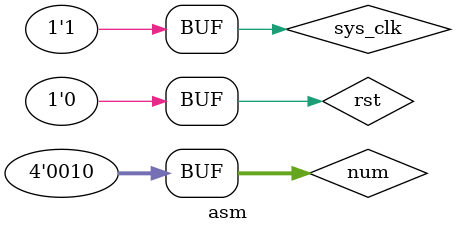
<source format=v>
module asm();

    parameter LEN = 12'hC;
    localparam IDLE = 3'h0, FIWR = 3'h1, WAIT = 3'h2, FIRD = 3'h3, LAST = 3'h4;
    reg sys_clk;
    reg rst;
    wire fs_fw, fs_fr;
    wire fd_fw, fd_fr;
    wire [95:0] data;
    wire [7:0] fifo_txd, fifo_rxd;
    wire fifo_txen, fifo_rxen;
    wire fsu, fdu, fsd, fdd;
    wire [3:0] num;
    wire [3:0] state_fw;
    wire [3:0] state_fr;
    wire [11:0] fifo_num_fw;
    wire judge_fw;
    wire [11:0] num_fw;
    wire [9:0] fifo_rxnum, fifo_txnum;
    wire fifo_empty, fifo_full;

    reg [2:0] state;
    assign num = 4'h2;
    assign fs_fw = (state == FIWR);
    assign fs_fr = (state == FIRD);

    always begin
        sys_clk <= 1'b0;
        #5;
        sys_clk <= 1'b1;
        #5;
    end

    initial begin
        rst <= 1'b0;
        #21;
        rst <= 1'b1;
        #10;
        rst <= 1'b0;
    end

    always @(posedge sys_clk or posedge rst) begin
        if(rst) begin
            state <= IDLE;
        end
        else begin
            case(state)
                IDLE: begin
                    if(fifo_full == 1'b0) state <= FIWR;
                    else state <= IDLE;
                end
                FIWR: if(fd_fw) state <= WAIT;
                WAIT: state <= FIRD;
                FIRD: if(fd_fr) state <= LAST;
                LAST: state <= LAST;
                default: state <= LAST;
            endcase
        end
    end

    fifod
    fifod_dut(
        .rst(rst),
        .wr_clk(sys_clk),
        .wr_en(fifo_txen),
        .din(fifo_txd),
        .rd_clk(sys_clk),
        .rd_en(fifo_rxen),
        .dout(fifo_rxd),
        .full(fifo_full),
        .empty(fifo_empty),
        .wr_data_count(fifo_txnum),
        .rd_data_count(fifo_rxnum)
    );

// FIFO
// #region
    fifo_write 
    fifo_write_dut(
        .clk(sys_clk),
        .rst(rst),
        .err(),
        .fifo_txd(fifo_txd),
        .fifo_txen(fifo_txen),
        .fs(fs_fw),
        .fd(fd_fw),
        .data_len(LEN),
        .state_fw(state_fw),
        .fifo_num_fw(fifo_num_fw),
        .judge_fw(judge_fw),
        .num_fw(num_fw)
    );

    fifo_read
    fifo_read_dut(
        .clk(sys_clk),
        .rst(rst),
        .err(),
        .FIFO_NUM(LEN),

        .fifo_rxd(fifo_rxd),
        .fifo_rxen(fifo_rxen),
        .res(data),
        .state_fr(state_fr),
        .fs(fs_fr),
        .fd(fd_fr)
    );



endmodule
</source>
